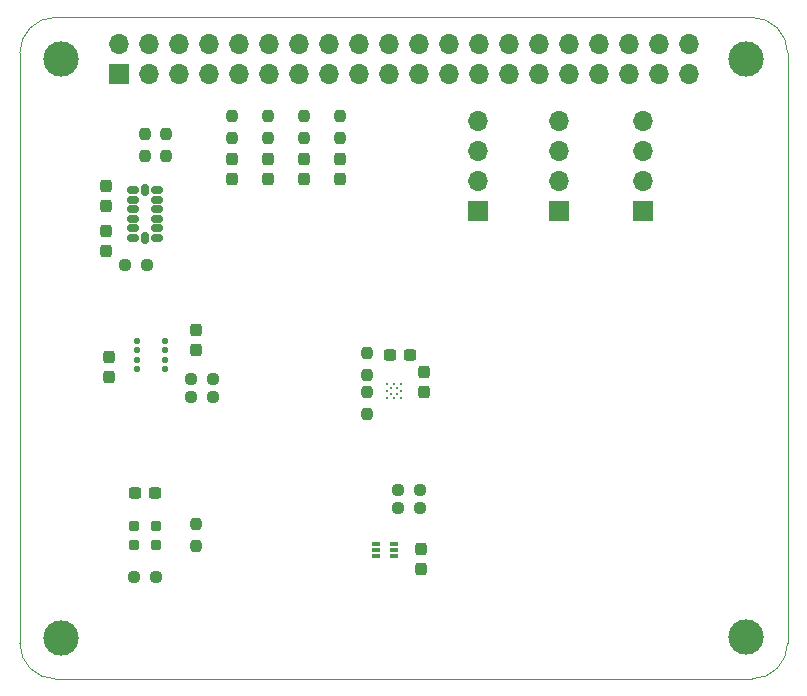
<source format=gbr>
G04 #@! TF.GenerationSoftware,KiCad,Pcbnew,(6.0.4)*
G04 #@! TF.CreationDate,2022-07-17T15:07:22+02:00*
G04 #@! TF.ProjectId,EDU_V2_Hat,4544555f-5632-45f4-9861-742e6b696361,rev?*
G04 #@! TF.SameCoordinates,Original*
G04 #@! TF.FileFunction,Soldermask,Top*
G04 #@! TF.FilePolarity,Negative*
%FSLAX46Y46*%
G04 Gerber Fmt 4.6, Leading zero omitted, Abs format (unit mm)*
G04 Created by KiCad (PCBNEW (6.0.4)) date 2022-07-17 15:07:22*
%MOMM*%
%LPD*%
G01*
G04 APERTURE LIST*
G04 Aperture macros list*
%AMRoundRect*
0 Rectangle with rounded corners*
0 $1 Rounding radius*
0 $2 $3 $4 $5 $6 $7 $8 $9 X,Y pos of 4 corners*
0 Add a 4 corners polygon primitive as box body*
4,1,4,$2,$3,$4,$5,$6,$7,$8,$9,$2,$3,0*
0 Add four circle primitives for the rounded corners*
1,1,$1+$1,$2,$3*
1,1,$1+$1,$4,$5*
1,1,$1+$1,$6,$7*
1,1,$1+$1,$8,$9*
0 Add four rect primitives between the rounded corners*
20,1,$1+$1,$2,$3,$4,$5,0*
20,1,$1+$1,$4,$5,$6,$7,0*
20,1,$1+$1,$6,$7,$8,$9,0*
20,1,$1+$1,$8,$9,$2,$3,0*%
G04 Aperture macros list end*
G04 #@! TA.AperFunction,Profile*
%ADD10C,0.100000*%
G04 #@! TD*
%ADD11C,3.000000*%
%ADD12RoundRect,0.237500X-0.237500X0.250000X-0.237500X-0.250000X0.237500X-0.250000X0.237500X0.250000X0*%
%ADD13RoundRect,0.237500X-0.250000X-0.237500X0.250000X-0.237500X0.250000X0.237500X-0.250000X0.237500X0*%
%ADD14RoundRect,0.237500X0.237500X-0.287500X0.237500X0.287500X-0.237500X0.287500X-0.237500X-0.287500X0*%
%ADD15RoundRect,0.125000X-0.137500X0.125000X-0.137500X-0.125000X0.137500X-0.125000X0.137500X0.125000X0*%
%ADD16RoundRect,0.237500X0.237500X-0.300000X0.237500X0.300000X-0.237500X0.300000X-0.237500X-0.300000X0*%
%ADD17R,1.700000X1.700000*%
%ADD18O,1.700000X1.700000*%
%ADD19RoundRect,0.237500X-0.300000X-0.237500X0.300000X-0.237500X0.300000X0.237500X-0.300000X0.237500X0*%
%ADD20RoundRect,0.150000X-0.325000X-0.150000X0.325000X-0.150000X0.325000X0.150000X-0.325000X0.150000X0*%
%ADD21RoundRect,0.150000X-0.150000X-0.325000X0.150000X-0.325000X0.150000X0.325000X-0.150000X0.325000X0*%
%ADD22RoundRect,0.237500X-0.237500X0.300000X-0.237500X-0.300000X0.237500X-0.300000X0.237500X0.300000X0*%
%ADD23RoundRect,0.237500X0.237500X-0.250000X0.237500X0.250000X-0.237500X0.250000X-0.237500X-0.250000X0*%
%ADD24R,0.700000X0.340000*%
%ADD25C,0.200000*%
%ADD26RoundRect,0.100000X0.300000X0.300000X-0.300000X0.300000X-0.300000X-0.300000X0.300000X-0.300000X0*%
G04 APERTURE END LIST*
D10*
X143546356Y-113817611D02*
X143546356Y-63817611D01*
X78546356Y-63817611D02*
X78546356Y-113817611D01*
X140546356Y-116817556D02*
G75*
G03*
X143546351Y-113822847I44J2999956D01*
G01*
X140546356Y-60817611D02*
X81546356Y-60817611D01*
X81546356Y-116817611D02*
X140546356Y-116817611D01*
X143546389Y-63817611D02*
G75*
G03*
X140546356Y-60817611I-2999989J11D01*
G01*
X81546356Y-60817556D02*
G75*
G03*
X78546356Y-63817611I44J-3000044D01*
G01*
X78546389Y-113817611D02*
G75*
G03*
X81546356Y-116817611I3000011J11D01*
G01*
D11*
X82040000Y-64310000D03*
X140040000Y-64330000D03*
X82040000Y-113320000D03*
X140030000Y-113310000D03*
D12*
X107950000Y-92559500D03*
X107950000Y-94384500D03*
X96520000Y-69191500D03*
X96520000Y-71016500D03*
D13*
X110593500Y-102362000D03*
X112418500Y-102362000D03*
D14*
X102616000Y-74535000D03*
X102616000Y-72785000D03*
D15*
X90849500Y-88208000D03*
X90849500Y-89008000D03*
X90849500Y-89808000D03*
X90849500Y-90608000D03*
X88474500Y-90608000D03*
X88474500Y-89808000D03*
X88474500Y-89008000D03*
X88474500Y-88208000D03*
D16*
X85852000Y-78893500D03*
X85852000Y-80618500D03*
D14*
X105664000Y-74535000D03*
X105664000Y-72785000D03*
D12*
X102616000Y-69191500D03*
X102616000Y-71016500D03*
D17*
X117358000Y-77226000D03*
D18*
X117358000Y-74686000D03*
X117358000Y-72146000D03*
X117358000Y-69606000D03*
D13*
X88241500Y-108204000D03*
X90066500Y-108204000D03*
X93067500Y-91440000D03*
X94892500Y-91440000D03*
D19*
X88291500Y-101092000D03*
X90016500Y-101092000D03*
D12*
X99568000Y-69191500D03*
X99568000Y-71016500D03*
D20*
X88154000Y-75470000D03*
X88154000Y-76270000D03*
X88154000Y-77070000D03*
X88154000Y-77870000D03*
X88154000Y-78670000D03*
X88154000Y-79470000D03*
D21*
X89154000Y-79470000D03*
D20*
X90154000Y-79470000D03*
X90154000Y-78670000D03*
X90154000Y-77870000D03*
X90154000Y-77070000D03*
X90154000Y-76270000D03*
X90154000Y-75470000D03*
D21*
X89154000Y-75470000D03*
D22*
X85852000Y-76808500D03*
X85852000Y-75083500D03*
D13*
X87479500Y-81788000D03*
X89304500Y-81788000D03*
D23*
X107950000Y-91082500D03*
X107950000Y-89257500D03*
D24*
X108724000Y-105418000D03*
X108724000Y-105918000D03*
X108724000Y-106418000D03*
X110224000Y-106418000D03*
X110224000Y-105918000D03*
X110224000Y-105418000D03*
D12*
X90932000Y-70715500D03*
X90932000Y-72540500D03*
D16*
X86106000Y-89561500D03*
X86106000Y-91286500D03*
D25*
X109670000Y-93022000D03*
X109670000Y-92456000D03*
X109670000Y-91890000D03*
X109953000Y-92739000D03*
X109953000Y-92173000D03*
X110236000Y-93022000D03*
X110236000Y-91890000D03*
X110519000Y-92739000D03*
X110519000Y-92173000D03*
X110802000Y-93022000D03*
X110802000Y-92456000D03*
X110802000Y-91890000D03*
D14*
X96520000Y-74535000D03*
X96520000Y-72785000D03*
D13*
X110593500Y-100838000D03*
X112418500Y-100838000D03*
D12*
X105664000Y-69191500D03*
X105664000Y-71016500D03*
D19*
X109881500Y-89408000D03*
X111606500Y-89408000D03*
D23*
X93472000Y-105560500D03*
X93472000Y-103735500D03*
D17*
X131328000Y-77236000D03*
D18*
X131328000Y-74696000D03*
X131328000Y-72156000D03*
X131328000Y-69616000D03*
D14*
X99568000Y-74535000D03*
X99568000Y-72785000D03*
D26*
X88204000Y-103848000D03*
X88204000Y-105448000D03*
X90104000Y-105448000D03*
X90104000Y-103848000D03*
D22*
X112522000Y-105817500D03*
X112522000Y-107542500D03*
D17*
X124216000Y-77226000D03*
D18*
X124216000Y-74686000D03*
X124216000Y-72146000D03*
X124216000Y-69606000D03*
D12*
X89154000Y-70715500D03*
X89154000Y-72540500D03*
D22*
X112776000Y-90831500D03*
X112776000Y-92556500D03*
X93472000Y-87275500D03*
X93472000Y-89000500D03*
D13*
X93067500Y-92964000D03*
X94892500Y-92964000D03*
D17*
X86920000Y-65590000D03*
D18*
X86920000Y-63050000D03*
X89460000Y-65590000D03*
X89460000Y-63050000D03*
X92000000Y-65590000D03*
X92000000Y-63050000D03*
X94540000Y-65590000D03*
X94540000Y-63050000D03*
X97080000Y-65590000D03*
X97080000Y-63050000D03*
X99620000Y-65590000D03*
X99620000Y-63050000D03*
X102160000Y-65590000D03*
X102160000Y-63050000D03*
X104700000Y-65590000D03*
X104700000Y-63050000D03*
X107240000Y-65590000D03*
X107240000Y-63050000D03*
X109780000Y-65590000D03*
X109780000Y-63050000D03*
X112320000Y-65590000D03*
X112320000Y-63050000D03*
X114860000Y-65590000D03*
X114860000Y-63050000D03*
X117400000Y-65590000D03*
X117400000Y-63050000D03*
X119940000Y-65590000D03*
X119940000Y-63050000D03*
X122480000Y-65590000D03*
X122480000Y-63050000D03*
X125020000Y-65590000D03*
X125020000Y-63050000D03*
X127560000Y-65590000D03*
X127560000Y-63050000D03*
X130100000Y-65590000D03*
X130100000Y-63050000D03*
X132640000Y-65590000D03*
X132640000Y-63050000D03*
X135180000Y-65590000D03*
X135180000Y-63050000D03*
M02*

</source>
